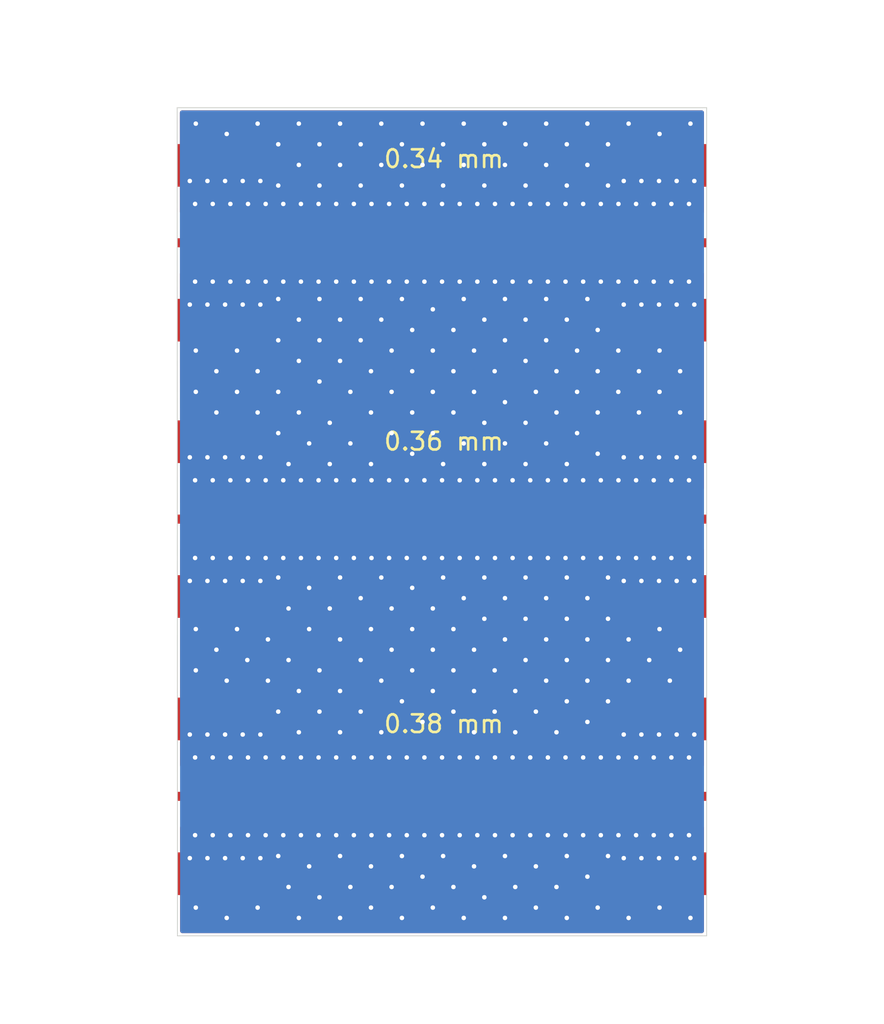
<source format=kicad_pcb>
(kicad_pcb (version 20171130) (host pcbnew 5.1.5)

  (general
    (thickness 1.65)
    (drawings 8)
    (tracks 424)
    (zones 0)
    (modules 6)
    (nets 5)
  )

  (page A4)
  (layers
    (0 F.Cu signal)
    (1 In1.Cu power)
    (2 In2.Cu power)
    (31 B.Cu signal)
    (32 B.Adhes user)
    (33 F.Adhes user)
    (34 B.Paste user)
    (35 F.Paste user)
    (36 B.SilkS user)
    (37 F.SilkS user)
    (38 B.Mask user)
    (39 F.Mask user)
    (40 Dwgs.User user)
    (41 Cmts.User user)
    (42 Eco1.User user)
    (43 Eco2.User user)
    (44 Edge.Cuts user)
    (45 Margin user)
    (46 B.CrtYd user)
    (47 F.CrtYd user)
    (48 B.Fab user)
    (49 F.Fab user)
  )

  (setup
    (last_trace_width 0.25)
    (trace_clearance 0.2)
    (zone_clearance 0.127)
    (zone_45_only yes)
    (trace_min 0.127)
    (via_size 0.8)
    (via_drill 0.4)
    (via_min_size 0.254)
    (via_min_drill 0.254)
    (uvia_size 0.3)
    (uvia_drill 0.1)
    (uvias_allowed no)
    (uvia_min_size 0.2)
    (uvia_min_drill 0.1)
    (edge_width 0.05)
    (segment_width 0.2)
    (pcb_text_width 0.3)
    (pcb_text_size 1.5 1.5)
    (mod_edge_width 0.12)
    (mod_text_size 1 1)
    (mod_text_width 0.15)
    (pad_size 1.524 1.524)
    (pad_drill 0.762)
    (pad_to_mask_clearance 0.05)
    (aux_axis_origin 0 0)
    (visible_elements FFFFFF7F)
    (pcbplotparams
      (layerselection 0x010fc_ffffffff)
      (usegerberextensions false)
      (usegerberattributes false)
      (usegerberadvancedattributes false)
      (creategerberjobfile false)
      (excludeedgelayer true)
      (linewidth 0.100000)
      (plotframeref false)
      (viasonmask false)
      (mode 1)
      (useauxorigin false)
      (hpglpennumber 1)
      (hpglpenspeed 20)
      (hpglpendiameter 15.000000)
      (psnegative false)
      (psa4output false)
      (plotreference true)
      (plotvalue true)
      (plotinvisibletext false)
      (padsonsilk false)
      (subtractmaskfromsilk false)
      (outputformat 1)
      (mirror false)
      (drillshape 0)
      (scaleselection 1)
      (outputdirectory "gerbers/"))
  )

  (net 0 "")
  (net 1 GND)
  (net 2 "Net-(J1-Pad1)")
  (net 3 "Net-(J2-Pad1)")
  (net 4 "Net-(J3-Pad1)")

  (net_class Default "This is the default net class."
    (clearance 0.2)
    (trace_width 0.25)
    (via_dia 0.8)
    (via_drill 0.4)
    (uvia_dia 0.3)
    (uvia_drill 0.1)
    (add_net GND)
  )

  (net_class Microstrip1 ""
    (clearance 0.2)
    (trace_width 0.34)
    (via_dia 0.8)
    (via_drill 0.4)
    (uvia_dia 0.3)
    (uvia_drill 0.1)
    (add_net "Net-(J1-Pad1)")
  )

  (net_class Microstrip2 ""
    (clearance 0.2)
    (trace_width 0.36)
    (via_dia 0.8)
    (via_drill 0.4)
    (uvia_dia 0.3)
    (uvia_drill 0.1)
    (add_net "Net-(J2-Pad1)")
  )

  (net_class Microstrip3 ""
    (clearance 0.2)
    (trace_width 0.38)
    (via_dia 0.8)
    (via_drill 0.4)
    (uvia_dia 0.3)
    (uvia_drill 0.1)
    (add_net "Net-(J3-Pad1)")
  )

  (module fmcw_v5:BU-1420701851_SMA (layer F.Cu) (tedit 5EA76423) (tstamp 5EA7D5CC)
    (at 146.9 130.1)
    (path /5EABEE54)
    (fp_text reference J6 (at -2.6 6.5) (layer F.SilkS) hide
      (effects (font (size 1 1) (thickness 0.15)))
    )
    (fp_text value Conn_Coaxial (at 0.1 -6.5) (layer F.Fab)
      (effects (font (size 1 1) (thickness 0.15)))
    )
    (fp_line (start 0 -10) (end 0 10) (layer Dwgs.User) (width 0.12))
    (fp_line (start 10 10) (end 10 -10) (layer Dwgs.User) (width 0.12))
    (fp_line (start 10 -10) (end 0 -10) (layer Dwgs.User) (width 0.12))
    (fp_line (start 0 10) (end 10 10) (layer Dwgs.User) (width 0.12))
    (pad 2 thru_hole circle (at -2.7 3.5) (size 0.4572 0.4572) (drill 0.254) (layers *.Cu *.Mask)
      (net 1 GND))
    (pad 2 thru_hole circle (at -1.7 3.5) (size 0.4572 0.4572) (drill 0.254) (layers *.Cu *.Mask)
      (net 1 GND))
    (pad 2 thru_hole circle (at -4.7 3.5) (size 0.4572 0.4572) (drill 0.254) (layers *.Cu *.Mask)
      (net 1 GND))
    (pad 2 thru_hole circle (at -3.7 3.5) (size 0.4572 0.4572) (drill 0.254) (layers *.Cu *.Mask)
      (net 1 GND))
    (pad 2 thru_hole circle (at -0.7 3.5) (size 0.4572 0.4572) (drill 0.254) (layers *.Cu *.Mask)
      (net 1 GND))
    (pad 2 thru_hole circle (at -0.7 -3.5) (size 0.4572 0.4572) (drill 0.254) (layers *.Cu *.Mask)
      (net 1 GND))
    (pad 2 thru_hole circle (at -1.7 -3.5) (size 0.4572 0.4572) (drill 0.254) (layers *.Cu *.Mask)
      (net 1 GND))
    (pad 2 thru_hole circle (at -2.7 -3.5) (size 0.4572 0.4572) (drill 0.254) (layers *.Cu *.Mask)
      (net 1 GND))
    (pad 2 thru_hole circle (at -3.7 -3.5) (size 0.4572 0.4572) (drill 0.254) (layers *.Cu *.Mask)
      (net 1 GND))
    (pad 2 thru_hole circle (at -4.7 -3.5) (size 0.4572 0.4572) (drill 0.254) (layers *.Cu *.Mask)
      (net 1 GND))
    (pad 2 smd rect (at -2.54 -4.3825) (size 5.08 2.415) (layers F.Cu F.Mask)
      (net 1 GND))
    (pad 2 smd rect (at -2.54 4.3825) (size 5.08 2.415) (layers F.Cu F.Mask)
      (net 1 GND))
    (pad 1 smd rect (at -1 0) (size 2 0.51) (layers F.Cu F.Mask)
      (net 4 "Net-(J3-Pad1)"))
  )

  (module fmcw_v5:BU-1420701851_SMA (layer F.Cu) (tedit 5EA76423) (tstamp 5EA7D5B7)
    (at 146.9 114.4)
    (path /5EABE698)
    (fp_text reference J5 (at -2.6 6.5) (layer F.SilkS) hide
      (effects (font (size 1 1) (thickness 0.15)))
    )
    (fp_text value Conn_Coaxial (at 0.1 -6.5) (layer F.Fab)
      (effects (font (size 1 1) (thickness 0.15)))
    )
    (fp_line (start 0 -10) (end 0 10) (layer Dwgs.User) (width 0.12))
    (fp_line (start 10 10) (end 10 -10) (layer Dwgs.User) (width 0.12))
    (fp_line (start 10 -10) (end 0 -10) (layer Dwgs.User) (width 0.12))
    (fp_line (start 0 10) (end 10 10) (layer Dwgs.User) (width 0.12))
    (pad 2 thru_hole circle (at -2.7 3.5) (size 0.4572 0.4572) (drill 0.254) (layers *.Cu *.Mask)
      (net 1 GND))
    (pad 2 thru_hole circle (at -1.7 3.5) (size 0.4572 0.4572) (drill 0.254) (layers *.Cu *.Mask)
      (net 1 GND))
    (pad 2 thru_hole circle (at -4.7 3.5) (size 0.4572 0.4572) (drill 0.254) (layers *.Cu *.Mask)
      (net 1 GND))
    (pad 2 thru_hole circle (at -3.7 3.5) (size 0.4572 0.4572) (drill 0.254) (layers *.Cu *.Mask)
      (net 1 GND))
    (pad 2 thru_hole circle (at -0.7 3.5) (size 0.4572 0.4572) (drill 0.254) (layers *.Cu *.Mask)
      (net 1 GND))
    (pad 2 thru_hole circle (at -0.7 -3.5) (size 0.4572 0.4572) (drill 0.254) (layers *.Cu *.Mask)
      (net 1 GND))
    (pad 2 thru_hole circle (at -1.7 -3.5) (size 0.4572 0.4572) (drill 0.254) (layers *.Cu *.Mask)
      (net 1 GND))
    (pad 2 thru_hole circle (at -2.7 -3.5) (size 0.4572 0.4572) (drill 0.254) (layers *.Cu *.Mask)
      (net 1 GND))
    (pad 2 thru_hole circle (at -3.7 -3.5) (size 0.4572 0.4572) (drill 0.254) (layers *.Cu *.Mask)
      (net 1 GND))
    (pad 2 thru_hole circle (at -4.7 -3.5) (size 0.4572 0.4572) (drill 0.254) (layers *.Cu *.Mask)
      (net 1 GND))
    (pad 2 smd rect (at -2.54 -4.3825) (size 5.08 2.415) (layers F.Cu F.Mask)
      (net 1 GND))
    (pad 2 smd rect (at -2.54 4.3825) (size 5.08 2.415) (layers F.Cu F.Mask)
      (net 1 GND))
    (pad 1 smd rect (at -1 0) (size 2 0.51) (layers F.Cu F.Mask)
      (net 3 "Net-(J2-Pad1)"))
  )

  (module fmcw_v5:BU-1420701851_SMA (layer F.Cu) (tedit 5EA76423) (tstamp 5EA7D5A2)
    (at 146.9 98.75)
    (path /5EABDF17)
    (fp_text reference J4 (at -2.6 6.5) (layer F.SilkS) hide
      (effects (font (size 1 1) (thickness 0.15)))
    )
    (fp_text value Conn_Coaxial (at 0.1 -6.5) (layer F.Fab)
      (effects (font (size 1 1) (thickness 0.15)))
    )
    (fp_line (start 0 -10) (end 0 10) (layer Dwgs.User) (width 0.12))
    (fp_line (start 10 10) (end 10 -10) (layer Dwgs.User) (width 0.12))
    (fp_line (start 10 -10) (end 0 -10) (layer Dwgs.User) (width 0.12))
    (fp_line (start 0 10) (end 10 10) (layer Dwgs.User) (width 0.12))
    (pad 2 thru_hole circle (at -2.7 3.5) (size 0.4572 0.4572) (drill 0.254) (layers *.Cu *.Mask)
      (net 1 GND))
    (pad 2 thru_hole circle (at -1.7 3.5) (size 0.4572 0.4572) (drill 0.254) (layers *.Cu *.Mask)
      (net 1 GND))
    (pad 2 thru_hole circle (at -4.7 3.5) (size 0.4572 0.4572) (drill 0.254) (layers *.Cu *.Mask)
      (net 1 GND))
    (pad 2 thru_hole circle (at -3.7 3.5) (size 0.4572 0.4572) (drill 0.254) (layers *.Cu *.Mask)
      (net 1 GND))
    (pad 2 thru_hole circle (at -0.7 3.5) (size 0.4572 0.4572) (drill 0.254) (layers *.Cu *.Mask)
      (net 1 GND))
    (pad 2 thru_hole circle (at -0.7 -3.5) (size 0.4572 0.4572) (drill 0.254) (layers *.Cu *.Mask)
      (net 1 GND))
    (pad 2 thru_hole circle (at -1.7 -3.5) (size 0.4572 0.4572) (drill 0.254) (layers *.Cu *.Mask)
      (net 1 GND))
    (pad 2 thru_hole circle (at -2.7 -3.5) (size 0.4572 0.4572) (drill 0.254) (layers *.Cu *.Mask)
      (net 1 GND))
    (pad 2 thru_hole circle (at -3.7 -3.5) (size 0.4572 0.4572) (drill 0.254) (layers *.Cu *.Mask)
      (net 1 GND))
    (pad 2 thru_hole circle (at -4.7 -3.5) (size 0.4572 0.4572) (drill 0.254) (layers *.Cu *.Mask)
      (net 1 GND))
    (pad 2 smd rect (at -2.54 -4.3825) (size 5.08 2.415) (layers F.Cu F.Mask)
      (net 1 GND))
    (pad 2 smd rect (at -2.54 4.3825) (size 5.08 2.415) (layers F.Cu F.Mask)
      (net 1 GND))
    (pad 1 smd rect (at -1 0) (size 2 0.51) (layers F.Cu F.Mask)
      (net 2 "Net-(J1-Pad1)"))
  )

  (module fmcw_v5:BU-1420701851_SMA (layer F.Cu) (tedit 5EA76423) (tstamp 5EA7D58D)
    (at 116.9 130.1 180)
    (path /5EABEE5B)
    (fp_text reference J3 (at -2.6 6.5) (layer F.SilkS) hide
      (effects (font (size 1 1) (thickness 0.15)))
    )
    (fp_text value Conn_Coaxial (at 0.1 -6.5) (layer F.Fab)
      (effects (font (size 1 1) (thickness 0.15)))
    )
    (fp_line (start 0 -10) (end 0 10) (layer Dwgs.User) (width 0.12))
    (fp_line (start 10 10) (end 10 -10) (layer Dwgs.User) (width 0.12))
    (fp_line (start 10 -10) (end 0 -10) (layer Dwgs.User) (width 0.12))
    (fp_line (start 0 10) (end 10 10) (layer Dwgs.User) (width 0.12))
    (pad 2 thru_hole circle (at -2.7 3.5 180) (size 0.4572 0.4572) (drill 0.254) (layers *.Cu *.Mask)
      (net 1 GND))
    (pad 2 thru_hole circle (at -1.7 3.5 180) (size 0.4572 0.4572) (drill 0.254) (layers *.Cu *.Mask)
      (net 1 GND))
    (pad 2 thru_hole circle (at -4.7 3.5 180) (size 0.4572 0.4572) (drill 0.254) (layers *.Cu *.Mask)
      (net 1 GND))
    (pad 2 thru_hole circle (at -3.7 3.5 180) (size 0.4572 0.4572) (drill 0.254) (layers *.Cu *.Mask)
      (net 1 GND))
    (pad 2 thru_hole circle (at -0.7 3.5 180) (size 0.4572 0.4572) (drill 0.254) (layers *.Cu *.Mask)
      (net 1 GND))
    (pad 2 thru_hole circle (at -0.7 -3.5 180) (size 0.4572 0.4572) (drill 0.254) (layers *.Cu *.Mask)
      (net 1 GND))
    (pad 2 thru_hole circle (at -1.7 -3.5 180) (size 0.4572 0.4572) (drill 0.254) (layers *.Cu *.Mask)
      (net 1 GND))
    (pad 2 thru_hole circle (at -2.7 -3.5 180) (size 0.4572 0.4572) (drill 0.254) (layers *.Cu *.Mask)
      (net 1 GND))
    (pad 2 thru_hole circle (at -3.7 -3.5 180) (size 0.4572 0.4572) (drill 0.254) (layers *.Cu *.Mask)
      (net 1 GND))
    (pad 2 thru_hole circle (at -4.7 -3.5 180) (size 0.4572 0.4572) (drill 0.254) (layers *.Cu *.Mask)
      (net 1 GND))
    (pad 2 smd rect (at -2.54 -4.3825 180) (size 5.08 2.415) (layers F.Cu F.Mask)
      (net 1 GND))
    (pad 2 smd rect (at -2.54 4.3825 180) (size 5.08 2.415) (layers F.Cu F.Mask)
      (net 1 GND))
    (pad 1 smd rect (at -1 0 180) (size 2 0.51) (layers F.Cu F.Mask)
      (net 4 "Net-(J3-Pad1)"))
  )

  (module fmcw_v5:BU-1420701851_SMA (layer F.Cu) (tedit 5EA76423) (tstamp 5EA7D578)
    (at 116.9 114.4 180)
    (path /5EABE69F)
    (fp_text reference J2 (at -2.6 6.5) (layer F.SilkS) hide
      (effects (font (size 1 1) (thickness 0.15)))
    )
    (fp_text value Conn_Coaxial (at 0.1 -6.5) (layer F.Fab)
      (effects (font (size 1 1) (thickness 0.15)))
    )
    (fp_line (start 0 -10) (end 0 10) (layer Dwgs.User) (width 0.12))
    (fp_line (start 10 10) (end 10 -10) (layer Dwgs.User) (width 0.12))
    (fp_line (start 10 -10) (end 0 -10) (layer Dwgs.User) (width 0.12))
    (fp_line (start 0 10) (end 10 10) (layer Dwgs.User) (width 0.12))
    (pad 2 thru_hole circle (at -2.7 3.5 180) (size 0.4572 0.4572) (drill 0.254) (layers *.Cu *.Mask)
      (net 1 GND))
    (pad 2 thru_hole circle (at -1.7 3.5 180) (size 0.4572 0.4572) (drill 0.254) (layers *.Cu *.Mask)
      (net 1 GND))
    (pad 2 thru_hole circle (at -4.7 3.5 180) (size 0.4572 0.4572) (drill 0.254) (layers *.Cu *.Mask)
      (net 1 GND))
    (pad 2 thru_hole circle (at -3.7 3.5 180) (size 0.4572 0.4572) (drill 0.254) (layers *.Cu *.Mask)
      (net 1 GND))
    (pad 2 thru_hole circle (at -0.7 3.5 180) (size 0.4572 0.4572) (drill 0.254) (layers *.Cu *.Mask)
      (net 1 GND))
    (pad 2 thru_hole circle (at -0.7 -3.5 180) (size 0.4572 0.4572) (drill 0.254) (layers *.Cu *.Mask)
      (net 1 GND))
    (pad 2 thru_hole circle (at -1.7 -3.5 180) (size 0.4572 0.4572) (drill 0.254) (layers *.Cu *.Mask)
      (net 1 GND))
    (pad 2 thru_hole circle (at -2.7 -3.5 180) (size 0.4572 0.4572) (drill 0.254) (layers *.Cu *.Mask)
      (net 1 GND))
    (pad 2 thru_hole circle (at -3.7 -3.5 180) (size 0.4572 0.4572) (drill 0.254) (layers *.Cu *.Mask)
      (net 1 GND))
    (pad 2 thru_hole circle (at -4.7 -3.5 180) (size 0.4572 0.4572) (drill 0.254) (layers *.Cu *.Mask)
      (net 1 GND))
    (pad 2 smd rect (at -2.54 -4.3825 180) (size 5.08 2.415) (layers F.Cu F.Mask)
      (net 1 GND))
    (pad 2 smd rect (at -2.54 4.3825 180) (size 5.08 2.415) (layers F.Cu F.Mask)
      (net 1 GND))
    (pad 1 smd rect (at -1 0 180) (size 2 0.51) (layers F.Cu F.Mask)
      (net 3 "Net-(J2-Pad1)"))
  )

  (module fmcw_v5:BU-1420701851_SMA (layer F.Cu) (tedit 5EA76423) (tstamp 5EA7D563)
    (at 116.9 98.75 180)
    (path /5EABB4B2)
    (fp_text reference J1 (at -2.6 6.5) (layer F.SilkS) hide
      (effects (font (size 1 1) (thickness 0.15)))
    )
    (fp_text value Conn_Coaxial (at 0.1 -6.5) (layer F.Fab)
      (effects (font (size 1 1) (thickness 0.15)))
    )
    (fp_line (start 0 -10) (end 0 10) (layer Dwgs.User) (width 0.12))
    (fp_line (start 10 10) (end 10 -10) (layer Dwgs.User) (width 0.12))
    (fp_line (start 10 -10) (end 0 -10) (layer Dwgs.User) (width 0.12))
    (fp_line (start 0 10) (end 10 10) (layer Dwgs.User) (width 0.12))
    (pad 2 thru_hole circle (at -2.7 3.5 180) (size 0.4572 0.4572) (drill 0.254) (layers *.Cu *.Mask)
      (net 1 GND))
    (pad 2 thru_hole circle (at -1.7 3.5 180) (size 0.4572 0.4572) (drill 0.254) (layers *.Cu *.Mask)
      (net 1 GND))
    (pad 2 thru_hole circle (at -4.7 3.5 180) (size 0.4572 0.4572) (drill 0.254) (layers *.Cu *.Mask)
      (net 1 GND))
    (pad 2 thru_hole circle (at -3.7 3.5 180) (size 0.4572 0.4572) (drill 0.254) (layers *.Cu *.Mask)
      (net 1 GND))
    (pad 2 thru_hole circle (at -0.7 3.5 180) (size 0.4572 0.4572) (drill 0.254) (layers *.Cu *.Mask)
      (net 1 GND))
    (pad 2 thru_hole circle (at -0.7 -3.5 180) (size 0.4572 0.4572) (drill 0.254) (layers *.Cu *.Mask)
      (net 1 GND))
    (pad 2 thru_hole circle (at -1.7 -3.5 180) (size 0.4572 0.4572) (drill 0.254) (layers *.Cu *.Mask)
      (net 1 GND))
    (pad 2 thru_hole circle (at -2.7 -3.5 180) (size 0.4572 0.4572) (drill 0.254) (layers *.Cu *.Mask)
      (net 1 GND))
    (pad 2 thru_hole circle (at -3.7 -3.5 180) (size 0.4572 0.4572) (drill 0.254) (layers *.Cu *.Mask)
      (net 1 GND))
    (pad 2 thru_hole circle (at -4.7 -3.5 180) (size 0.4572 0.4572) (drill 0.254) (layers *.Cu *.Mask)
      (net 1 GND))
    (pad 2 smd rect (at -2.54 -4.3825 180) (size 5.08 2.415) (layers F.Cu F.Mask)
      (net 1 GND))
    (pad 2 smd rect (at -2.54 4.3825 180) (size 5.08 2.415) (layers F.Cu F.Mask)
      (net 1 GND))
    (pad 1 smd rect (at -1 0 180) (size 2 0.51) (layers F.Cu F.Mask)
      (net 2 "Net-(J1-Pad1)"))
  )

  (gr_text "0.38 mm" (at 132 126) (layer F.SilkS) (tstamp 5EA7E598)
    (effects (font (size 1 1) (thickness 0.15)))
  )
  (gr_text "0.36 mm" (at 132 110) (layer F.SilkS) (tstamp 5EA7E596)
    (effects (font (size 1 1) (thickness 0.15)))
  )
  (gr_text "0.34 mm" (at 132 94) (layer F.SilkS)
    (effects (font (size 1 1) (thickness 0.15)))
  )
  (dimension 30.015 (width 0.1) (layer Dwgs.User)
    (gr_text "30.015 mm" (at 131.8925 85.75) (layer Dwgs.User)
      (effects (font (size 1 1) (thickness 0.15)))
    )
    (feature1 (pts (xy 146.9 91.1) (xy 146.9 86.413579)))
    (feature2 (pts (xy 116.885 91.1) (xy 116.885 86.413579)))
    (crossbar (pts (xy 116.885 87) (xy 146.9 87)))
    (arrow1a (pts (xy 146.9 87) (xy 145.773496 87.586421)))
    (arrow1b (pts (xy 146.9 87) (xy 145.773496 86.413579)))
    (arrow2a (pts (xy 116.885 87) (xy 118.011504 87.586421)))
    (arrow2b (pts (xy 116.885 87) (xy 118.011504 86.413579)))
  )
  (gr_line (start 146.9 91.1) (end 116.885 91.1) (layer Edge.Cuts) (width 0.05) (tstamp 5EA7D7F0))
  (gr_line (start 146.9 138) (end 146.9 91.1) (layer Edge.Cuts) (width 0.05) (tstamp 5EA7D834))
  (gr_line (start 116.9 138) (end 146.9 138) (layer Edge.Cuts) (width 0.05))
  (gr_line (start 116.885 91.1) (end 116.9 138) (layer Edge.Cuts) (width 0.05))

  (via (at 118.9 132.3) (size 0.4572) (drill 0.254) (layers F.Cu B.Cu) (net 1) (tstamp 37))
  (via (at 119.9 132.3) (size 0.4572) (drill 0.254) (layers F.Cu B.Cu) (net 1) (tstamp 37))
  (via (at 120.9 132.3) (size 0.4572) (drill 0.254) (layers F.Cu B.Cu) (net 1) (tstamp 37))
  (via (at 121.9 132.3) (size 0.4572) (drill 0.254) (layers F.Cu B.Cu) (net 1) (tstamp 37))
  (via (at 122.9 132.3) (size 0.4572) (drill 0.254) (layers F.Cu B.Cu) (net 1) (tstamp 37))
  (via (at 123.9 132.3) (size 0.4572) (drill 0.254) (layers F.Cu B.Cu) (net 1) (tstamp 37))
  (via (at 124.9 132.3) (size 0.4572) (drill 0.254) (layers F.Cu B.Cu) (net 1) (tstamp 37))
  (via (at 125.9 132.3) (size 0.4572) (drill 0.254) (layers F.Cu B.Cu) (net 1) (tstamp 37))
  (via (at 126.9 132.3) (size 0.4572) (drill 0.254) (layers F.Cu B.Cu) (net 1) (tstamp 37))
  (via (at 127.9 132.3) (size 0.4572) (drill 0.254) (layers F.Cu B.Cu) (net 1) (tstamp 37))
  (via (at 128.9 132.3) (size 0.4572) (drill 0.254) (layers F.Cu B.Cu) (net 1) (tstamp 37))
  (via (at 129.9 132.3) (size 0.4572) (drill 0.254) (layers F.Cu B.Cu) (net 1) (tstamp 37))
  (via (at 130.9 132.3) (size 0.4572) (drill 0.254) (layers F.Cu B.Cu) (net 1) (tstamp 37))
  (via (at 131.9 132.3) (size 0.4572) (drill 0.254) (layers F.Cu B.Cu) (net 1) (tstamp 37))
  (via (at 132.9 132.3) (size 0.4572) (drill 0.254) (layers F.Cu B.Cu) (net 1) (tstamp 37))
  (via (at 133.9 132.3) (size 0.4572) (drill 0.254) (layers F.Cu B.Cu) (net 1) (tstamp 37))
  (via (at 134.9 132.3) (size 0.4572) (drill 0.254) (layers F.Cu B.Cu) (net 1) (tstamp 37))
  (via (at 135.9 132.3) (size 0.4572) (drill 0.254) (layers F.Cu B.Cu) (net 1) (tstamp 37))
  (via (at 136.9 132.3) (size 0.4572) (drill 0.254) (layers F.Cu B.Cu) (net 1) (tstamp 37))
  (via (at 137.9 132.3) (size 0.4572) (drill 0.254) (layers F.Cu B.Cu) (net 1) (tstamp 37))
  (via (at 138.9 132.3) (size 0.4572) (drill 0.254) (layers F.Cu B.Cu) (net 1) (tstamp 37))
  (via (at 139.9 132.3) (size 0.4572) (drill 0.254) (layers F.Cu B.Cu) (net 1) (tstamp 37))
  (via (at 140.9 132.3) (size 0.4572) (drill 0.254) (layers F.Cu B.Cu) (net 1) (tstamp 37))
  (via (at 141.9 132.3) (size 0.4572) (drill 0.254) (layers F.Cu B.Cu) (net 1) (tstamp 37))
  (via (at 142.9 132.3) (size 0.4572) (drill 0.254) (layers F.Cu B.Cu) (net 1) (tstamp 37))
  (via (at 143.9 132.3) (size 0.4572) (drill 0.254) (layers F.Cu B.Cu) (net 1) (tstamp 37))
  (via (at 144.9 132.3) (size 0.4572) (drill 0.254) (layers F.Cu B.Cu) (net 1) (tstamp 37))
  (via (at 117.9 132.3) (size 0.4572) (drill 0.254) (layers F.Cu B.Cu) (net 1) (tstamp 37))
  (via (at 145.9 132.3) (size 0.4572) (drill 0.254) (layers F.Cu B.Cu) (net 1) (tstamp 37))
  (via (at 144.9 127.9) (size 0.4572) (drill 0.254) (layers F.Cu B.Cu) (net 1) (tstamp 37))
  (via (at 143.9 127.9) (size 0.4572) (drill 0.254) (layers F.Cu B.Cu) (net 1) (tstamp 37))
  (via (at 142.9 127.9) (size 0.4572) (drill 0.254) (layers F.Cu B.Cu) (net 1) (tstamp 37))
  (via (at 141.9 127.9) (size 0.4572) (drill 0.254) (layers F.Cu B.Cu) (net 1) (tstamp 37))
  (via (at 140.9 127.9) (size 0.4572) (drill 0.254) (layers F.Cu B.Cu) (net 1) (tstamp 37))
  (via (at 139.9 127.9) (size 0.4572) (drill 0.254) (layers F.Cu B.Cu) (net 1) (tstamp 37))
  (via (at 138.9 127.9) (size 0.4572) (drill 0.254) (layers F.Cu B.Cu) (net 1) (tstamp 37))
  (via (at 137.9 127.9) (size 0.4572) (drill 0.254) (layers F.Cu B.Cu) (net 1) (tstamp 37))
  (via (at 136.9 127.9) (size 0.4572) (drill 0.254) (layers F.Cu B.Cu) (net 1) (tstamp 37))
  (via (at 135.9 127.9) (size 0.4572) (drill 0.254) (layers F.Cu B.Cu) (net 1) (tstamp 37))
  (via (at 134.9 127.9) (size 0.4572) (drill 0.254) (layers F.Cu B.Cu) (net 1) (tstamp 37))
  (via (at 133.9 127.9) (size 0.4572) (drill 0.254) (layers F.Cu B.Cu) (net 1) (tstamp 37))
  (via (at 132.9 127.9) (size 0.4572) (drill 0.254) (layers F.Cu B.Cu) (net 1) (tstamp 37))
  (via (at 131.9 127.9) (size 0.4572) (drill 0.254) (layers F.Cu B.Cu) (net 1) (tstamp 37))
  (via (at 130.9 127.9) (size 0.4572) (drill 0.254) (layers F.Cu B.Cu) (net 1) (tstamp 37))
  (via (at 129.9 127.9) (size 0.4572) (drill 0.254) (layers F.Cu B.Cu) (net 1) (tstamp 37))
  (via (at 128.9 127.9) (size 0.4572) (drill 0.254) (layers F.Cu B.Cu) (net 1) (tstamp 37))
  (via (at 127.9 127.9) (size 0.4572) (drill 0.254) (layers F.Cu B.Cu) (net 1) (tstamp 37))
  (via (at 126.9 127.9) (size 0.4572) (drill 0.254) (layers F.Cu B.Cu) (net 1) (tstamp 37))
  (via (at 125.9 127.9) (size 0.4572) (drill 0.254) (layers F.Cu B.Cu) (net 1) (tstamp 37))
  (via (at 124.9 127.9) (size 0.4572) (drill 0.254) (layers F.Cu B.Cu) (net 1) (tstamp 37))
  (via (at 123.9 127.9) (size 0.4572) (drill 0.254) (layers F.Cu B.Cu) (net 1) (tstamp 37))
  (via (at 122.9 127.9) (size 0.4572) (drill 0.254) (layers F.Cu B.Cu) (net 1) (tstamp 37))
  (via (at 121.9 127.9) (size 0.4572) (drill 0.254) (layers F.Cu B.Cu) (net 1) (tstamp 37))
  (via (at 120.9 127.9) (size 0.4572) (drill 0.254) (layers F.Cu B.Cu) (net 1) (tstamp 37))
  (via (at 119.9 127.9) (size 0.4572) (drill 0.254) (layers F.Cu B.Cu) (net 1) (tstamp 37))
  (via (at 118.9 127.9) (size 0.4572) (drill 0.254) (layers F.Cu B.Cu) (net 1) (tstamp 37))
  (via (at 145.9 127.9) (size 0.4572) (drill 0.254) (layers F.Cu B.Cu) (net 1) (tstamp 37))
  (via (at 117.9 127.9) (size 0.4572) (drill 0.254) (layers F.Cu B.Cu) (net 1) (tstamp 37))
  (via (at 118.9 116.6) (size 0.4572) (drill 0.254) (layers F.Cu B.Cu) (net 1) (tstamp 37))
  (via (at 119.9 116.6) (size 0.4572) (drill 0.254) (layers F.Cu B.Cu) (net 1) (tstamp 37))
  (via (at 120.9 116.6) (size 0.4572) (drill 0.254) (layers F.Cu B.Cu) (net 1) (tstamp 37))
  (via (at 121.9 116.6) (size 0.4572) (drill 0.254) (layers F.Cu B.Cu) (net 1) (tstamp 37))
  (via (at 122.9 116.6) (size 0.4572) (drill 0.254) (layers F.Cu B.Cu) (net 1) (tstamp 37))
  (via (at 123.9 116.6) (size 0.4572) (drill 0.254) (layers F.Cu B.Cu) (net 1) (tstamp 37))
  (via (at 124.9 116.6) (size 0.4572) (drill 0.254) (layers F.Cu B.Cu) (net 1) (tstamp 37))
  (via (at 125.9 116.6) (size 0.4572) (drill 0.254) (layers F.Cu B.Cu) (net 1) (tstamp 37))
  (via (at 126.9 116.6) (size 0.4572) (drill 0.254) (layers F.Cu B.Cu) (net 1) (tstamp 37))
  (via (at 127.9 116.6) (size 0.4572) (drill 0.254) (layers F.Cu B.Cu) (net 1) (tstamp 37))
  (via (at 128.9 116.6) (size 0.4572) (drill 0.254) (layers F.Cu B.Cu) (net 1) (tstamp 37))
  (via (at 129.9 116.6) (size 0.4572) (drill 0.254) (layers F.Cu B.Cu) (net 1) (tstamp 37))
  (via (at 130.9 116.6) (size 0.4572) (drill 0.254) (layers F.Cu B.Cu) (net 1) (tstamp 37))
  (via (at 131.9 116.6) (size 0.4572) (drill 0.254) (layers F.Cu B.Cu) (net 1) (tstamp 37))
  (via (at 132.9 116.6) (size 0.4572) (drill 0.254) (layers F.Cu B.Cu) (net 1) (tstamp 37))
  (via (at 133.9 116.6) (size 0.4572) (drill 0.254) (layers F.Cu B.Cu) (net 1) (tstamp 37))
  (via (at 134.9 116.6) (size 0.4572) (drill 0.254) (layers F.Cu B.Cu) (net 1) (tstamp 37))
  (via (at 135.9 116.6) (size 0.4572) (drill 0.254) (layers F.Cu B.Cu) (net 1) (tstamp 37))
  (via (at 136.9 116.6) (size 0.4572) (drill 0.254) (layers F.Cu B.Cu) (net 1) (tstamp 37))
  (via (at 137.9 116.6) (size 0.4572) (drill 0.254) (layers F.Cu B.Cu) (net 1) (tstamp 37))
  (via (at 138.9 116.6) (size 0.4572) (drill 0.254) (layers F.Cu B.Cu) (net 1) (tstamp 37))
  (via (at 139.9 116.6) (size 0.4572) (drill 0.254) (layers F.Cu B.Cu) (net 1) (tstamp 37))
  (via (at 140.9 116.6) (size 0.4572) (drill 0.254) (layers F.Cu B.Cu) (net 1) (tstamp 37))
  (via (at 141.9 116.6) (size 0.4572) (drill 0.254) (layers F.Cu B.Cu) (net 1) (tstamp 37))
  (via (at 142.9 116.6) (size 0.4572) (drill 0.254) (layers F.Cu B.Cu) (net 1) (tstamp 37))
  (via (at 143.9 116.6) (size 0.4572) (drill 0.254) (layers F.Cu B.Cu) (net 1) (tstamp 37))
  (via (at 144.9 116.6) (size 0.4572) (drill 0.254) (layers F.Cu B.Cu) (net 1) (tstamp 37))
  (via (at 117.9 116.6) (size 0.4572) (drill 0.254) (layers F.Cu B.Cu) (net 1) (tstamp 37))
  (via (at 145.9 116.6) (size 0.4572) (drill 0.254) (layers F.Cu B.Cu) (net 1) (tstamp 37))
  (via (at 144.9 112.2) (size 0.4572) (drill 0.254) (layers F.Cu B.Cu) (net 1) (tstamp 37))
  (via (at 143.9 112.2) (size 0.4572) (drill 0.254) (layers F.Cu B.Cu) (net 1) (tstamp 37))
  (via (at 142.9 112.2) (size 0.4572) (drill 0.254) (layers F.Cu B.Cu) (net 1) (tstamp 37))
  (via (at 141.9 112.2) (size 0.4572) (drill 0.254) (layers F.Cu B.Cu) (net 1) (tstamp 37))
  (via (at 140.9 112.2) (size 0.4572) (drill 0.254) (layers F.Cu B.Cu) (net 1) (tstamp 37))
  (via (at 139.9 112.2) (size 0.4572) (drill 0.254) (layers F.Cu B.Cu) (net 1) (tstamp 37))
  (via (at 138.9 112.2) (size 0.4572) (drill 0.254) (layers F.Cu B.Cu) (net 1) (tstamp 37))
  (via (at 137.9 112.2) (size 0.4572) (drill 0.254) (layers F.Cu B.Cu) (net 1) (tstamp 37))
  (via (at 136.9 112.2) (size 0.4572) (drill 0.254) (layers F.Cu B.Cu) (net 1) (tstamp 37))
  (via (at 135.9 112.2) (size 0.4572) (drill 0.254) (layers F.Cu B.Cu) (net 1) (tstamp 37))
  (via (at 134.9 112.2) (size 0.4572) (drill 0.254) (layers F.Cu B.Cu) (net 1) (tstamp 37))
  (via (at 133.9 112.2) (size 0.4572) (drill 0.254) (layers F.Cu B.Cu) (net 1) (tstamp 37))
  (via (at 132.9 112.2) (size 0.4572) (drill 0.254) (layers F.Cu B.Cu) (net 1) (tstamp 37))
  (via (at 131.9 112.2) (size 0.4572) (drill 0.254) (layers F.Cu B.Cu) (net 1) (tstamp 37))
  (via (at 130.9 112.2) (size 0.4572) (drill 0.254) (layers F.Cu B.Cu) (net 1) (tstamp 37))
  (via (at 129.9 112.2) (size 0.4572) (drill 0.254) (layers F.Cu B.Cu) (net 1) (tstamp 37))
  (via (at 128.9 112.2) (size 0.4572) (drill 0.254) (layers F.Cu B.Cu) (net 1) (tstamp 37))
  (via (at 127.9 112.2) (size 0.4572) (drill 0.254) (layers F.Cu B.Cu) (net 1) (tstamp 37))
  (via (at 126.9 112.2) (size 0.4572) (drill 0.254) (layers F.Cu B.Cu) (net 1) (tstamp 37))
  (via (at 125.9 112.2) (size 0.4572) (drill 0.254) (layers F.Cu B.Cu) (net 1) (tstamp 37))
  (via (at 124.9 112.2) (size 0.4572) (drill 0.254) (layers F.Cu B.Cu) (net 1) (tstamp 37))
  (via (at 123.9 112.2) (size 0.4572) (drill 0.254) (layers F.Cu B.Cu) (net 1) (tstamp 37))
  (via (at 122.9 112.2) (size 0.4572) (drill 0.254) (layers F.Cu B.Cu) (net 1) (tstamp 37))
  (via (at 121.9 112.2) (size 0.4572) (drill 0.254) (layers F.Cu B.Cu) (net 1) (tstamp 37))
  (via (at 120.9 112.2) (size 0.4572) (drill 0.254) (layers F.Cu B.Cu) (net 1) (tstamp 37))
  (via (at 119.9 112.2) (size 0.4572) (drill 0.254) (layers F.Cu B.Cu) (net 1) (tstamp 37))
  (via (at 118.9 112.2) (size 0.4572) (drill 0.254) (layers F.Cu B.Cu) (net 1) (tstamp 37))
  (via (at 145.9 112.2) (size 0.4572) (drill 0.254) (layers F.Cu B.Cu) (net 1) (tstamp 37))
  (via (at 117.9 112.2) (size 0.4572) (drill 0.254) (layers F.Cu B.Cu) (net 1) (tstamp 37))
  (via (at 118.9 100.95) (size 0.4572) (drill 0.254) (layers F.Cu B.Cu) (net 1) (tstamp 37))
  (via (at 119.9 100.95) (size 0.4572) (drill 0.254) (layers F.Cu B.Cu) (net 1) (tstamp 37))
  (via (at 120.9 100.95) (size 0.4572) (drill 0.254) (layers F.Cu B.Cu) (net 1) (tstamp 37))
  (via (at 121.9 100.95) (size 0.4572) (drill 0.254) (layers F.Cu B.Cu) (net 1) (tstamp 37))
  (via (at 122.9 100.95) (size 0.4572) (drill 0.254) (layers F.Cu B.Cu) (net 1) (tstamp 37))
  (via (at 123.9 100.95) (size 0.4572) (drill 0.254) (layers F.Cu B.Cu) (net 1) (tstamp 37))
  (via (at 124.9 100.95) (size 0.4572) (drill 0.254) (layers F.Cu B.Cu) (net 1) (tstamp 37))
  (via (at 125.9 100.95) (size 0.4572) (drill 0.254) (layers F.Cu B.Cu) (net 1) (tstamp 37))
  (via (at 126.9 100.95) (size 0.4572) (drill 0.254) (layers F.Cu B.Cu) (net 1) (tstamp 37))
  (via (at 127.9 100.95) (size 0.4572) (drill 0.254) (layers F.Cu B.Cu) (net 1) (tstamp 37))
  (via (at 128.9 100.95) (size 0.4572) (drill 0.254) (layers F.Cu B.Cu) (net 1) (tstamp 37))
  (via (at 129.9 100.95) (size 0.4572) (drill 0.254) (layers F.Cu B.Cu) (net 1) (tstamp 37))
  (via (at 130.9 100.95) (size 0.4572) (drill 0.254) (layers F.Cu B.Cu) (net 1) (tstamp 37))
  (via (at 131.9 100.95) (size 0.4572) (drill 0.254) (layers F.Cu B.Cu) (net 1) (tstamp 37))
  (via (at 132.9 100.95) (size 0.4572) (drill 0.254) (layers F.Cu B.Cu) (net 1) (tstamp 37))
  (via (at 133.9 100.95) (size 0.4572) (drill 0.254) (layers F.Cu B.Cu) (net 1) (tstamp 37))
  (via (at 134.9 100.95) (size 0.4572) (drill 0.254) (layers F.Cu B.Cu) (net 1) (tstamp 37))
  (via (at 135.9 100.95) (size 0.4572) (drill 0.254) (layers F.Cu B.Cu) (net 1) (tstamp 37))
  (via (at 136.9 100.95) (size 0.4572) (drill 0.254) (layers F.Cu B.Cu) (net 1) (tstamp 37))
  (via (at 137.9 100.95) (size 0.4572) (drill 0.254) (layers F.Cu B.Cu) (net 1) (tstamp 37))
  (via (at 138.9 100.95) (size 0.4572) (drill 0.254) (layers F.Cu B.Cu) (net 1) (tstamp 37))
  (via (at 139.9 100.95) (size 0.4572) (drill 0.254) (layers F.Cu B.Cu) (net 1) (tstamp 37))
  (via (at 140.9 100.95) (size 0.4572) (drill 0.254) (layers F.Cu B.Cu) (net 1) (tstamp 37))
  (via (at 141.9 100.95) (size 0.4572) (drill 0.254) (layers F.Cu B.Cu) (net 1) (tstamp 37))
  (via (at 142.9 100.95) (size 0.4572) (drill 0.254) (layers F.Cu B.Cu) (net 1) (tstamp 37))
  (via (at 143.9 100.95) (size 0.4572) (drill 0.254) (layers F.Cu B.Cu) (net 1) (tstamp 37))
  (via (at 144.9 100.95) (size 0.4572) (drill 0.254) (layers F.Cu B.Cu) (net 1) (tstamp 37))
  (via (at 117.9 100.95) (size 0.4572) (drill 0.254) (layers F.Cu B.Cu) (net 1) (tstamp 37))
  (via (at 145.9 100.95) (size 0.4572) (drill 0.254) (layers F.Cu B.Cu) (net 1) (tstamp 37))
  (via (at 144.9 96.55) (size 0.4572) (drill 0.254) (layers F.Cu B.Cu) (net 1) (tstamp 37))
  (via (at 143.9 96.55) (size 0.4572) (drill 0.254) (layers F.Cu B.Cu) (net 1) (tstamp 37))
  (via (at 142.9 96.55) (size 0.4572) (drill 0.254) (layers F.Cu B.Cu) (net 1) (tstamp 37))
  (via (at 141.9 96.55) (size 0.4572) (drill 0.254) (layers F.Cu B.Cu) (net 1) (tstamp 37))
  (via (at 140.9 96.55) (size 0.4572) (drill 0.254) (layers F.Cu B.Cu) (net 1) (tstamp 37))
  (via (at 139.9 96.55) (size 0.4572) (drill 0.254) (layers F.Cu B.Cu) (net 1) (tstamp 37))
  (via (at 138.9 96.55) (size 0.4572) (drill 0.254) (layers F.Cu B.Cu) (net 1) (tstamp 37))
  (via (at 137.9 96.55) (size 0.4572) (drill 0.254) (layers F.Cu B.Cu) (net 1) (tstamp 37))
  (via (at 136.9 96.55) (size 0.4572) (drill 0.254) (layers F.Cu B.Cu) (net 1) (tstamp 37))
  (via (at 135.9 96.55) (size 0.4572) (drill 0.254) (layers F.Cu B.Cu) (net 1) (tstamp 37))
  (via (at 134.9 96.55) (size 0.4572) (drill 0.254) (layers F.Cu B.Cu) (net 1) (tstamp 37))
  (via (at 133.9 96.55) (size 0.4572) (drill 0.254) (layers F.Cu B.Cu) (net 1) (tstamp 37))
  (via (at 132.9 96.55) (size 0.4572) (drill 0.254) (layers F.Cu B.Cu) (net 1) (tstamp 37))
  (via (at 131.9 96.55) (size 0.4572) (drill 0.254) (layers F.Cu B.Cu) (net 1) (tstamp 37))
  (via (at 130.9 96.55) (size 0.4572) (drill 0.254) (layers F.Cu B.Cu) (net 1) (tstamp 37))
  (via (at 129.9 96.55) (size 0.4572) (drill 0.254) (layers F.Cu B.Cu) (net 1) (tstamp 37))
  (via (at 128.9 96.55) (size 0.4572) (drill 0.254) (layers F.Cu B.Cu) (net 1) (tstamp 37))
  (via (at 127.9 96.55) (size 0.4572) (drill 0.254) (layers F.Cu B.Cu) (net 1) (tstamp 37))
  (via (at 126.9 96.55) (size 0.4572) (drill 0.254) (layers F.Cu B.Cu) (net 1) (tstamp 37))
  (via (at 125.9 96.55) (size 0.4572) (drill 0.254) (layers F.Cu B.Cu) (net 1) (tstamp 37))
  (via (at 124.9 96.55) (size 0.4572) (drill 0.254) (layers F.Cu B.Cu) (net 1) (tstamp 37))
  (via (at 123.9 96.55) (size 0.4572) (drill 0.254) (layers F.Cu B.Cu) (net 1) (tstamp 37))
  (via (at 122.9 96.55) (size 0.4572) (drill 0.254) (layers F.Cu B.Cu) (net 1) (tstamp 37))
  (via (at 121.9 96.55) (size 0.4572) (drill 0.254) (layers F.Cu B.Cu) (net 1) (tstamp 37))
  (via (at 120.9 96.55) (size 0.4572) (drill 0.254) (layers F.Cu B.Cu) (net 1) (tstamp 37))
  (via (at 119.9 96.55) (size 0.4572) (drill 0.254) (layers F.Cu B.Cu) (net 1) (tstamp 37))
  (via (at 118.9 96.55) (size 0.4572) (drill 0.254) (layers F.Cu B.Cu) (net 1) (tstamp 37))
  (via (at 145.9 96.55) (size 0.4572) (drill 0.254) (layers F.Cu B.Cu) (net 1) (tstamp 37))
  (via (at 117.9 96.55) (size 0.4572) (drill 0.254) (layers F.Cu B.Cu) (net 1) (tstamp 37))
  (via (at 117.939799 92.0029) (size 0.4572) (drill 0.254) (layers F.Cu B.Cu) (net 1) (tstamp 21))
  (via (at 117.939799 104.8553) (size 0.4572) (drill 0.254) (layers F.Cu B.Cu) (net 1) (tstamp 21))
  (via (at 117.939799 107.1921) (size 0.4572) (drill 0.254) (layers F.Cu B.Cu) (net 1) (tstamp 21))
  (via (at 117.939799 120.6287) (size 0.4572) (drill 0.254) (layers F.Cu B.Cu) (net 1) (tstamp 21))
  (via (at 117.939799 122.9655) (size 0.4572) (drill 0.254) (layers F.Cu B.Cu) (net 1) (tstamp 21))
  (via (at 117.939799 136.4021) (size 0.4572) (drill 0.254) (layers F.Cu B.Cu) (net 1) (tstamp 21))
  (via (at 119.108199 106.0237) (size 0.4572) (drill 0.254) (layers F.Cu B.Cu) (net 1) (tstamp 21))
  (via (at 119.108199 108.3605) (size 0.4572) (drill 0.254) (layers F.Cu B.Cu) (net 1) (tstamp 21))
  (via (at 119.108199 121.7971) (size 0.4572) (drill 0.254) (layers F.Cu B.Cu) (net 1) (tstamp 21))
  (via (at 119.692399 92.5871) (size 0.4572) (drill 0.254) (layers F.Cu B.Cu) (net 1) (tstamp 21))
  (via (at 119.692399 123.5497) (size 0.4572) (drill 0.254) (layers F.Cu B.Cu) (net 1) (tstamp 21))
  (via (at 119.692399 136.9863) (size 0.4572) (drill 0.254) (layers F.Cu B.Cu) (net 1) (tstamp 21))
  (via (at 120.276599 104.8553) (size 0.4572) (drill 0.254) (layers F.Cu B.Cu) (net 1) (tstamp 21))
  (via (at 120.276599 107.1921) (size 0.4572) (drill 0.254) (layers F.Cu B.Cu) (net 1) (tstamp 21))
  (via (at 120.276599 120.6287) (size 0.4572) (drill 0.254) (layers F.Cu B.Cu) (net 1) (tstamp 21))
  (via (at 120.860799 122.3813) (size 0.4572) (drill 0.254) (layers F.Cu B.Cu) (net 1) (tstamp 21))
  (via (at 121.444999 92.0029) (size 0.4572) (drill 0.254) (layers F.Cu B.Cu) (net 1) (tstamp 21))
  (via (at 121.444999 106.0237) (size 0.4572) (drill 0.254) (layers F.Cu B.Cu) (net 1) (tstamp 21))
  (via (at 121.444999 108.3605) (size 0.4572) (drill 0.254) (layers F.Cu B.Cu) (net 1) (tstamp 21))
  (via (at 121.444999 136.4021) (size 0.4572) (drill 0.254) (layers F.Cu B.Cu) (net 1) (tstamp 21))
  (via (at 122.029199 121.2129) (size 0.4572) (drill 0.254) (layers F.Cu B.Cu) (net 1) (tstamp 21))
  (via (at 122.029199 123.5497) (size 0.4572) (drill 0.254) (layers F.Cu B.Cu) (net 1) (tstamp 21))
  (via (at 122.613399 93.1713) (size 0.4572) (drill 0.254) (layers F.Cu B.Cu) (net 1) (tstamp 21))
  (via (at 122.613399 95.5081) (size 0.4572) (drill 0.254) (layers F.Cu B.Cu) (net 1) (tstamp 21))
  (via (at 122.613399 101.9343) (size 0.4572) (drill 0.254) (layers F.Cu B.Cu) (net 1) (tstamp 21))
  (via (at 122.613399 104.2711) (size 0.4572) (drill 0.254) (layers F.Cu B.Cu) (net 1) (tstamp 21))
  (via (at 122.613399 107.1921) (size 0.4572) (drill 0.254) (layers F.Cu B.Cu) (net 1) (tstamp 21))
  (via (at 122.613399 109.5289) (size 0.4572) (drill 0.254) (layers F.Cu B.Cu) (net 1) (tstamp 21))
  (via (at 122.613399 117.7077) (size 0.4572) (drill 0.254) (layers F.Cu B.Cu) (net 1) (tstamp 21))
  (via (at 122.613399 125.3023) (size 0.4572) (drill 0.254) (layers F.Cu B.Cu) (net 1) (tstamp 21))
  (via (at 122.613399 133.4811) (size 0.4572) (drill 0.254) (layers F.Cu B.Cu) (net 1) (tstamp 21))
  (via (at 123.197599 111.2815) (size 0.4572) (drill 0.254) (layers F.Cu B.Cu) (net 1) (tstamp 21))
  (via (at 123.197599 119.4603) (size 0.4572) (drill 0.254) (layers F.Cu B.Cu) (net 1) (tstamp 21))
  (via (at 123.197599 122.3813) (size 0.4572) (drill 0.254) (layers F.Cu B.Cu) (net 1) (tstamp 21))
  (via (at 123.197599 135.2337) (size 0.4572) (drill 0.254) (layers F.Cu B.Cu) (net 1) (tstamp 21))
  (via (at 123.781799 92.0029) (size 0.4572) (drill 0.254) (layers F.Cu B.Cu) (net 1) (tstamp 21))
  (via (at 123.781799 94.3397) (size 0.4572) (drill 0.254) (layers F.Cu B.Cu) (net 1) (tstamp 21))
  (via (at 123.781799 103.1027) (size 0.4572) (drill 0.254) (layers F.Cu B.Cu) (net 1) (tstamp 21))
  (via (at 123.781799 105.4395) (size 0.4572) (drill 0.254) (layers F.Cu B.Cu) (net 1) (tstamp 21))
  (via (at 123.781799 108.3605) (size 0.4572) (drill 0.254) (layers F.Cu B.Cu) (net 1) (tstamp 21))
  (via (at 123.781799 124.1339) (size 0.4572) (drill 0.254) (layers F.Cu B.Cu) (net 1) (tstamp 21))
  (via (at 123.781799 126.4707) (size 0.4572) (drill 0.254) (layers F.Cu B.Cu) (net 1) (tstamp 21))
  (via (at 123.781799 136.9863) (size 0.4572) (drill 0.254) (layers F.Cu B.Cu) (net 1) (tstamp 21))
  (via (at 124.365999 110.1131) (size 0.4572) (drill 0.254) (layers F.Cu B.Cu) (net 1) (tstamp 21))
  (via (at 124.365999 118.2919) (size 0.4572) (drill 0.254) (layers F.Cu B.Cu) (net 1) (tstamp 21))
  (via (at 124.365999 120.6287) (size 0.4572) (drill 0.254) (layers F.Cu B.Cu) (net 1) (tstamp 21))
  (via (at 124.365999 134.0653) (size 0.4572) (drill 0.254) (layers F.Cu B.Cu) (net 1) (tstamp 21))
  (via (at 124.950199 93.1713) (size 0.4572) (drill 0.254) (layers F.Cu B.Cu) (net 1) (tstamp 21))
  (via (at 124.950199 95.5081) (size 0.4572) (drill 0.254) (layers F.Cu B.Cu) (net 1) (tstamp 21))
  (via (at 124.950199 101.9343) (size 0.4572) (drill 0.254) (layers F.Cu B.Cu) (net 1) (tstamp 21))
  (via (at 124.950199 104.2711) (size 0.4572) (drill 0.254) (layers F.Cu B.Cu) (net 1) (tstamp 21))
  (via (at 124.950199 106.6079) (size 0.4572) (drill 0.254) (layers F.Cu B.Cu) (net 1) (tstamp 21))
  (via (at 124.950199 122.9655) (size 0.4572) (drill 0.254) (layers F.Cu B.Cu) (net 1) (tstamp 21))
  (via (at 124.950199 125.3023) (size 0.4572) (drill 0.254) (layers F.Cu B.Cu) (net 1) (tstamp 21))
  (via (at 124.950199 135.8179) (size 0.4572) (drill 0.254) (layers F.Cu B.Cu) (net 1) (tstamp 21))
  (via (at 125.534399 108.9447) (size 0.4572) (drill 0.254) (layers F.Cu B.Cu) (net 1) (tstamp 21))
  (via (at 125.534399 111.2815) (size 0.4572) (drill 0.254) (layers F.Cu B.Cu) (net 1) (tstamp 21))
  (via (at 125.534399 119.4603) (size 0.4572) (drill 0.254) (layers F.Cu B.Cu) (net 1) (tstamp 21))
  (via (at 126.118599 92.0029) (size 0.4572) (drill 0.254) (layers F.Cu B.Cu) (net 1) (tstamp 21))
  (via (at 126.118599 94.3397) (size 0.4572) (drill 0.254) (layers F.Cu B.Cu) (net 1) (tstamp 21))
  (via (at 126.118599 103.1027) (size 0.4572) (drill 0.254) (layers F.Cu B.Cu) (net 1) (tstamp 21))
  (via (at 126.118599 105.4395) (size 0.4572) (drill 0.254) (layers F.Cu B.Cu) (net 1) (tstamp 21))
  (via (at 126.118599 117.7077) (size 0.4572) (drill 0.254) (layers F.Cu B.Cu) (net 1) (tstamp 21))
  (via (at 126.118599 121.2129) (size 0.4572) (drill 0.254) (layers F.Cu B.Cu) (net 1) (tstamp 21))
  (via (at 126.118599 124.1339) (size 0.4572) (drill 0.254) (layers F.Cu B.Cu) (net 1) (tstamp 21))
  (via (at 126.118599 126.4707) (size 0.4572) (drill 0.254) (layers F.Cu B.Cu) (net 1) (tstamp 21))
  (via (at 126.118599 133.4811) (size 0.4572) (drill 0.254) (layers F.Cu B.Cu) (net 1) (tstamp 21))
  (via (at 126.118599 136.9863) (size 0.4572) (drill 0.254) (layers F.Cu B.Cu) (net 1) (tstamp 21))
  (via (at 126.702799 107.1921) (size 0.4572) (drill 0.254) (layers F.Cu B.Cu) (net 1) (tstamp 21))
  (via (at 126.702799 110.1131) (size 0.4572) (drill 0.254) (layers F.Cu B.Cu) (net 1) (tstamp 21))
  (via (at 126.702799 135.2337) (size 0.4572) (drill 0.254) (layers F.Cu B.Cu) (net 1) (tstamp 21))
  (via (at 127.286999 93.1713) (size 0.4572) (drill 0.254) (layers F.Cu B.Cu) (net 1) (tstamp 21))
  (via (at 127.286999 95.5081) (size 0.4572) (drill 0.254) (layers F.Cu B.Cu) (net 1) (tstamp 21))
  (via (at 127.286999 101.9343) (size 0.4572) (drill 0.254) (layers F.Cu B.Cu) (net 1) (tstamp 21))
  (via (at 127.286999 104.2711) (size 0.4572) (drill 0.254) (layers F.Cu B.Cu) (net 1) (tstamp 21))
  (via (at 127.286999 118.8761) (size 0.4572) (drill 0.254) (layers F.Cu B.Cu) (net 1) (tstamp 21))
  (via (at 127.286999 122.3813) (size 0.4572) (drill 0.254) (layers F.Cu B.Cu) (net 1) (tstamp 21))
  (via (at 127.286999 125.3023) (size 0.4572) (drill 0.254) (layers F.Cu B.Cu) (net 1) (tstamp 21))
  (via (at 127.871199 106.0237) (size 0.4572) (drill 0.254) (layers F.Cu B.Cu) (net 1) (tstamp 21))
  (via (at 127.871199 108.3605) (size 0.4572) (drill 0.254) (layers F.Cu B.Cu) (net 1) (tstamp 21))
  (via (at 127.871199 111.2815) (size 0.4572) (drill 0.254) (layers F.Cu B.Cu) (net 1) (tstamp 21))
  (via (at 127.871199 120.6287) (size 0.4572) (drill 0.254) (layers F.Cu B.Cu) (net 1) (tstamp 21))
  (via (at 127.871199 134.0653) (size 0.4572) (drill 0.254) (layers F.Cu B.Cu) (net 1) (tstamp 21))
  (via (at 127.871199 136.4021) (size 0.4572) (drill 0.254) (layers F.Cu B.Cu) (net 1) (tstamp 21))
  (via (at 128.455399 92.0029) (size 0.4572) (drill 0.254) (layers F.Cu B.Cu) (net 1) (tstamp 21))
  (via (at 128.455399 94.3397) (size 0.4572) (drill 0.254) (layers F.Cu B.Cu) (net 1) (tstamp 21))
  (via (at 128.455399 103.1027) (size 0.4572) (drill 0.254) (layers F.Cu B.Cu) (net 1) (tstamp 21))
  (via (at 128.455399 117.7077) (size 0.4572) (drill 0.254) (layers F.Cu B.Cu) (net 1) (tstamp 21))
  (via (at 128.455399 123.5497) (size 0.4572) (drill 0.254) (layers F.Cu B.Cu) (net 1) (tstamp 21))
  (via (at 128.455399 126.4707) (size 0.4572) (drill 0.254) (layers F.Cu B.Cu) (net 1) (tstamp 21))
  (via (at 129.039599 104.8553) (size 0.4572) (drill 0.254) (layers F.Cu B.Cu) (net 1) (tstamp 21))
  (via (at 129.039599 107.1921) (size 0.4572) (drill 0.254) (layers F.Cu B.Cu) (net 1) (tstamp 21))
  (via (at 129.039599 109.5289) (size 0.4572) (drill 0.254) (layers F.Cu B.Cu) (net 1) (tstamp 21))
  (via (at 129.039599 119.4603) (size 0.4572) (drill 0.254) (layers F.Cu B.Cu) (net 1) (tstamp 21))
  (via (at 129.039599 121.7971) (size 0.4572) (drill 0.254) (layers F.Cu B.Cu) (net 1) (tstamp 21))
  (via (at 129.039599 135.2337) (size 0.4572) (drill 0.254) (layers F.Cu B.Cu) (net 1) (tstamp 21))
  (via (at 129.623799 93.1713) (size 0.4572) (drill 0.254) (layers F.Cu B.Cu) (net 1) (tstamp 21))
  (via (at 129.623799 95.5081) (size 0.4572) (drill 0.254) (layers F.Cu B.Cu) (net 1) (tstamp 21))
  (via (at 129.623799 101.9343) (size 0.4572) (drill 0.254) (layers F.Cu B.Cu) (net 1) (tstamp 21))
  (via (at 129.623799 124.7181) (size 0.4572) (drill 0.254) (layers F.Cu B.Cu) (net 1) (tstamp 21))
  (via (at 129.623799 133.4811) (size 0.4572) (drill 0.254) (layers F.Cu B.Cu) (net 1) (tstamp 21))
  (via (at 129.623799 136.9863) (size 0.4572) (drill 0.254) (layers F.Cu B.Cu) (net 1) (tstamp 21))
  (via (at 130.207999 103.6869) (size 0.4572) (drill 0.254) (layers F.Cu B.Cu) (net 1) (tstamp 21))
  (via (at 130.207999 106.0237) (size 0.4572) (drill 0.254) (layers F.Cu B.Cu) (net 1) (tstamp 21))
  (via (at 130.207999 108.3605) (size 0.4572) (drill 0.254) (layers F.Cu B.Cu) (net 1) (tstamp 21))
  (via (at 130.207999 110.6973) (size 0.4572) (drill 0.254) (layers F.Cu B.Cu) (net 1) (tstamp 21))
  (via (at 130.207999 118.2919) (size 0.4572) (drill 0.254) (layers F.Cu B.Cu) (net 1) (tstamp 21))
  (via (at 130.207999 120.6287) (size 0.4572) (drill 0.254) (layers F.Cu B.Cu) (net 1) (tstamp 21))
  (via (at 130.207999 122.9655) (size 0.4572) (drill 0.254) (layers F.Cu B.Cu) (net 1) (tstamp 21))
  (via (at 130.792199 92.0029) (size 0.4572) (drill 0.254) (layers F.Cu B.Cu) (net 1) (tstamp 21))
  (via (at 130.792199 94.3397) (size 0.4572) (drill 0.254) (layers F.Cu B.Cu) (net 1) (tstamp 21))
  (via (at 130.792199 125.8865) (size 0.4572) (drill 0.254) (layers F.Cu B.Cu) (net 1) (tstamp 21))
  (via (at 130.792199 134.6495) (size 0.4572) (drill 0.254) (layers F.Cu B.Cu) (net 1) (tstamp 21))
  (via (at 131.376399 102.5185) (size 0.4572) (drill 0.254) (layers F.Cu B.Cu) (net 1) (tstamp 21))
  (via (at 131.376399 104.8553) (size 0.4572) (drill 0.254) (layers F.Cu B.Cu) (net 1) (tstamp 21))
  (via (at 131.376399 107.1921) (size 0.4572) (drill 0.254) (layers F.Cu B.Cu) (net 1) (tstamp 21))
  (via (at 131.376399 109.5289) (size 0.4572) (drill 0.254) (layers F.Cu B.Cu) (net 1) (tstamp 21))
  (via (at 131.376399 119.4603) (size 0.4572) (drill 0.254) (layers F.Cu B.Cu) (net 1) (tstamp 21))
  (via (at 131.376399 121.7971) (size 0.4572) (drill 0.254) (layers F.Cu B.Cu) (net 1) (tstamp 21))
  (via (at 131.376399 124.1339) (size 0.4572) (drill 0.254) (layers F.Cu B.Cu) (net 1) (tstamp 21))
  (via (at 131.376399 136.4021) (size 0.4572) (drill 0.254) (layers F.Cu B.Cu) (net 1) (tstamp 21))
  (via (at 131.960599 93.1713) (size 0.4572) (drill 0.254) (layers F.Cu B.Cu) (net 1) (tstamp 21))
  (via (at 131.960599 95.5081) (size 0.4572) (drill 0.254) (layers F.Cu B.Cu) (net 1) (tstamp 21))
  (via (at 131.960599 111.2815) (size 0.4572) (drill 0.254) (layers F.Cu B.Cu) (net 1) (tstamp 21))
  (via (at 131.960599 117.7077) (size 0.4572) (drill 0.254) (layers F.Cu B.Cu) (net 1) (tstamp 21))
  (via (at 131.960599 133.4811) (size 0.4572) (drill 0.254) (layers F.Cu B.Cu) (net 1) (tstamp 21))
  (via (at 132.544799 103.6869) (size 0.4572) (drill 0.254) (layers F.Cu B.Cu) (net 1) (tstamp 21))
  (via (at 132.544799 106.0237) (size 0.4572) (drill 0.254) (layers F.Cu B.Cu) (net 1) (tstamp 21))
  (via (at 132.544799 108.3605) (size 0.4572) (drill 0.254) (layers F.Cu B.Cu) (net 1) (tstamp 21))
  (via (at 132.544799 120.6287) (size 0.4572) (drill 0.254) (layers F.Cu B.Cu) (net 1) (tstamp 21))
  (via (at 132.544799 122.9655) (size 0.4572) (drill 0.254) (layers F.Cu B.Cu) (net 1) (tstamp 21))
  (via (at 132.544799 125.3023) (size 0.4572) (drill 0.254) (layers F.Cu B.Cu) (net 1) (tstamp 21))
  (via (at 132.544799 135.2337) (size 0.4572) (drill 0.254) (layers F.Cu B.Cu) (net 1) (tstamp 21))
  (via (at 133.128999 92.0029) (size 0.4572) (drill 0.254) (layers F.Cu B.Cu) (net 1) (tstamp 21))
  (via (at 133.128999 94.3397) (size 0.4572) (drill 0.254) (layers F.Cu B.Cu) (net 1) (tstamp 21))
  (via (at 133.128999 101.9343) (size 0.4572) (drill 0.254) (layers F.Cu B.Cu) (net 1) (tstamp 21))
  (via (at 133.128999 110.1131) (size 0.4572) (drill 0.254) (layers F.Cu B.Cu) (net 1) (tstamp 21))
  (via (at 133.128999 118.8761) (size 0.4572) (drill 0.254) (layers F.Cu B.Cu) (net 1) (tstamp 21))
  (via (at 133.128999 136.9863) (size 0.4572) (drill 0.254) (layers F.Cu B.Cu) (net 1) (tstamp 21))
  (via (at 133.713199 104.8553) (size 0.4572) (drill 0.254) (layers F.Cu B.Cu) (net 1) (tstamp 21))
  (via (at 133.713199 107.1921) (size 0.4572) (drill 0.254) (layers F.Cu B.Cu) (net 1) (tstamp 21))
  (via (at 133.713199 121.7971) (size 0.4572) (drill 0.254) (layers F.Cu B.Cu) (net 1) (tstamp 21))
  (via (at 133.713199 124.1339) (size 0.4572) (drill 0.254) (layers F.Cu B.Cu) (net 1) (tstamp 21))
  (via (at 133.713199 126.4707) (size 0.4572) (drill 0.254) (layers F.Cu B.Cu) (net 1) (tstamp 21))
  (via (at 133.713199 134.0653) (size 0.4572) (drill 0.254) (layers F.Cu B.Cu) (net 1) (tstamp 21))
  (via (at 134.297399 93.1713) (size 0.4572) (drill 0.254) (layers F.Cu B.Cu) (net 1) (tstamp 21))
  (via (at 134.297399 95.5081) (size 0.4572) (drill 0.254) (layers F.Cu B.Cu) (net 1) (tstamp 21))
  (via (at 134.297399 103.1027) (size 0.4572) (drill 0.254) (layers F.Cu B.Cu) (net 1) (tstamp 21))
  (via (at 134.297399 108.9447) (size 0.4572) (drill 0.254) (layers F.Cu B.Cu) (net 1) (tstamp 21))
  (via (at 134.297399 111.2815) (size 0.4572) (drill 0.254) (layers F.Cu B.Cu) (net 1) (tstamp 21))
  (via (at 134.297399 117.7077) (size 0.4572) (drill 0.254) (layers F.Cu B.Cu) (net 1) (tstamp 21))
  (via (at 134.297399 120.0445) (size 0.4572) (drill 0.254) (layers F.Cu B.Cu) (net 1) (tstamp 21))
  (via (at 134.297399 135.8179) (size 0.4572) (drill 0.254) (layers F.Cu B.Cu) (net 1) (tstamp 21))
  (via (at 134.881599 106.0237) (size 0.4572) (drill 0.254) (layers F.Cu B.Cu) (net 1) (tstamp 21))
  (via (at 134.881599 122.9655) (size 0.4572) (drill 0.254) (layers F.Cu B.Cu) (net 1) (tstamp 21))
  (via (at 134.881599 125.3023) (size 0.4572) (drill 0.254) (layers F.Cu B.Cu) (net 1) (tstamp 21))
  (via (at 135.465799 92.0029) (size 0.4572) (drill 0.254) (layers F.Cu B.Cu) (net 1) (tstamp 21))
  (via (at 135.465799 94.3397) (size 0.4572) (drill 0.254) (layers F.Cu B.Cu) (net 1) (tstamp 21))
  (via (at 135.465799 101.9343) (size 0.4572) (drill 0.254) (layers F.Cu B.Cu) (net 1) (tstamp 21))
  (via (at 135.465799 104.2711) (size 0.4572) (drill 0.254) (layers F.Cu B.Cu) (net 1) (tstamp 21))
  (via (at 135.465799 107.7763) (size 0.4572) (drill 0.254) (layers F.Cu B.Cu) (net 1) (tstamp 21))
  (via (at 135.465799 110.1131) (size 0.4572) (drill 0.254) (layers F.Cu B.Cu) (net 1) (tstamp 21))
  (via (at 135.465799 118.8761) (size 0.4572) (drill 0.254) (layers F.Cu B.Cu) (net 1) (tstamp 21))
  (via (at 135.465799 121.2129) (size 0.4572) (drill 0.254) (layers F.Cu B.Cu) (net 1) (tstamp 21))
  (via (at 135.465799 133.4811) (size 0.4572) (drill 0.254) (layers F.Cu B.Cu) (net 1) (tstamp 21))
  (via (at 135.465799 136.9863) (size 0.4572) (drill 0.254) (layers F.Cu B.Cu) (net 1) (tstamp 21))
  (via (at 136.049999 124.1339) (size 0.4572) (drill 0.254) (layers F.Cu B.Cu) (net 1) (tstamp 21))
  (via (at 136.049999 126.4707) (size 0.4572) (drill 0.254) (layers F.Cu B.Cu) (net 1) (tstamp 21))
  (via (at 136.049999 135.2337) (size 0.4572) (drill 0.254) (layers F.Cu B.Cu) (net 1) (tstamp 21))
  (via (at 136.634199 93.1713) (size 0.4572) (drill 0.254) (layers F.Cu B.Cu) (net 1) (tstamp 21))
  (via (at 136.634199 95.5081) (size 0.4572) (drill 0.254) (layers F.Cu B.Cu) (net 1) (tstamp 21))
  (via (at 136.634199 103.1027) (size 0.4572) (drill 0.254) (layers F.Cu B.Cu) (net 1) (tstamp 21))
  (via (at 136.634199 105.4395) (size 0.4572) (drill 0.254) (layers F.Cu B.Cu) (net 1) (tstamp 21))
  (via (at 136.634199 108.9447) (size 0.4572) (drill 0.254) (layers F.Cu B.Cu) (net 1) (tstamp 21))
  (via (at 136.634199 111.2815) (size 0.4572) (drill 0.254) (layers F.Cu B.Cu) (net 1) (tstamp 21))
  (via (at 136.634199 117.7077) (size 0.4572) (drill 0.254) (layers F.Cu B.Cu) (net 1) (tstamp 21))
  (via (at 136.634199 120.0445) (size 0.4572) (drill 0.254) (layers F.Cu B.Cu) (net 1) (tstamp 21))
  (via (at 136.634199 122.3813) (size 0.4572) (drill 0.254) (layers F.Cu B.Cu) (net 1) (tstamp 21))
  (via (at 137.218399 107.1921) (size 0.4572) (drill 0.254) (layers F.Cu B.Cu) (net 1) (tstamp 21))
  (via (at 137.218399 125.3023) (size 0.4572) (drill 0.254) (layers F.Cu B.Cu) (net 1) (tstamp 21))
  (via (at 137.218399 134.0653) (size 0.4572) (drill 0.254) (layers F.Cu B.Cu) (net 1) (tstamp 21))
  (via (at 137.218399 136.4021) (size 0.4572) (drill 0.254) (layers F.Cu B.Cu) (net 1) (tstamp 21))
  (via (at 137.802599 92.0029) (size 0.4572) (drill 0.254) (layers F.Cu B.Cu) (net 1) (tstamp 21))
  (via (at 137.802599 94.3397) (size 0.4572) (drill 0.254) (layers F.Cu B.Cu) (net 1) (tstamp 21))
  (via (at 137.802599 101.9343) (size 0.4572) (drill 0.254) (layers F.Cu B.Cu) (net 1) (tstamp 21))
  (via (at 137.802599 104.2711) (size 0.4572) (drill 0.254) (layers F.Cu B.Cu) (net 1) (tstamp 21))
  (via (at 137.802599 110.1131) (size 0.4572) (drill 0.254) (layers F.Cu B.Cu) (net 1) (tstamp 21))
  (via (at 137.802599 118.8761) (size 0.4572) (drill 0.254) (layers F.Cu B.Cu) (net 1) (tstamp 21))
  (via (at 137.802599 121.2129) (size 0.4572) (drill 0.254) (layers F.Cu B.Cu) (net 1) (tstamp 21))
  (via (at 137.802599 123.5497) (size 0.4572) (drill 0.254) (layers F.Cu B.Cu) (net 1) (tstamp 21))
  (via (at 138.386799 106.0237) (size 0.4572) (drill 0.254) (layers F.Cu B.Cu) (net 1) (tstamp 21))
  (via (at 138.386799 108.3605) (size 0.4572) (drill 0.254) (layers F.Cu B.Cu) (net 1) (tstamp 21))
  (via (at 138.386799 126.4707) (size 0.4572) (drill 0.254) (layers F.Cu B.Cu) (net 1) (tstamp 21))
  (via (at 138.386799 135.2337) (size 0.4572) (drill 0.254) (layers F.Cu B.Cu) (net 1) (tstamp 21))
  (via (at 138.970999 93.1713) (size 0.4572) (drill 0.254) (layers F.Cu B.Cu) (net 1) (tstamp 21))
  (via (at 138.970999 95.5081) (size 0.4572) (drill 0.254) (layers F.Cu B.Cu) (net 1) (tstamp 21))
  (via (at 138.970999 103.1027) (size 0.4572) (drill 0.254) (layers F.Cu B.Cu) (net 1) (tstamp 21))
  (via (at 138.970999 111.2815) (size 0.4572) (drill 0.254) (layers F.Cu B.Cu) (net 1) (tstamp 21))
  (via (at 138.970999 117.7077) (size 0.4572) (drill 0.254) (layers F.Cu B.Cu) (net 1) (tstamp 21))
  (via (at 138.970999 120.0445) (size 0.4572) (drill 0.254) (layers F.Cu B.Cu) (net 1) (tstamp 21))
  (via (at 138.970999 122.3813) (size 0.4572) (drill 0.254) (layers F.Cu B.Cu) (net 1) (tstamp 21))
  (via (at 138.970999 124.7181) (size 0.4572) (drill 0.254) (layers F.Cu B.Cu) (net 1) (tstamp 21))
  (via (at 138.970999 133.4811) (size 0.4572) (drill 0.254) (layers F.Cu B.Cu) (net 1) (tstamp 21))
  (via (at 138.970999 136.9863) (size 0.4572) (drill 0.254) (layers F.Cu B.Cu) (net 1) (tstamp 21))
  (via (at 139.555199 104.8553) (size 0.4572) (drill 0.254) (layers F.Cu B.Cu) (net 1) (tstamp 21))
  (via (at 139.555199 107.1921) (size 0.4572) (drill 0.254) (layers F.Cu B.Cu) (net 1) (tstamp 21))
  (via (at 139.555199 109.5289) (size 0.4572) (drill 0.254) (layers F.Cu B.Cu) (net 1) (tstamp 21))
  (via (at 140.139399 92.0029) (size 0.4572) (drill 0.254) (layers F.Cu B.Cu) (net 1) (tstamp 21))
  (via (at 140.139399 94.3397) (size 0.4572) (drill 0.254) (layers F.Cu B.Cu) (net 1) (tstamp 21))
  (via (at 140.139399 101.9343) (size 0.4572) (drill 0.254) (layers F.Cu B.Cu) (net 1) (tstamp 21))
  (via (at 140.139399 118.8761) (size 0.4572) (drill 0.254) (layers F.Cu B.Cu) (net 1) (tstamp 21))
  (via (at 140.139399 121.2129) (size 0.4572) (drill 0.254) (layers F.Cu B.Cu) (net 1) (tstamp 21))
  (via (at 140.139399 123.5497) (size 0.4572) (drill 0.254) (layers F.Cu B.Cu) (net 1) (tstamp 21))
  (via (at 140.139399 125.8865) (size 0.4572) (drill 0.254) (layers F.Cu B.Cu) (net 1) (tstamp 21))
  (via (at 140.139399 134.6495) (size 0.4572) (drill 0.254) (layers F.Cu B.Cu) (net 1) (tstamp 21))
  (via (at 140.723599 103.6869) (size 0.4572) (drill 0.254) (layers F.Cu B.Cu) (net 1) (tstamp 21))
  (via (at 140.723599 106.0237) (size 0.4572) (drill 0.254) (layers F.Cu B.Cu) (net 1) (tstamp 21))
  (via (at 140.723599 108.3605) (size 0.4572) (drill 0.254) (layers F.Cu B.Cu) (net 1) (tstamp 21))
  (via (at 140.723599 110.6973) (size 0.4572) (drill 0.254) (layers F.Cu B.Cu) (net 1) (tstamp 21))
  (via (at 140.723599 136.4021) (size 0.4572) (drill 0.254) (layers F.Cu B.Cu) (net 1) (tstamp 21))
  (via (at 141.307799 93.1713) (size 0.4572) (drill 0.254) (layers F.Cu B.Cu) (net 1) (tstamp 21))
  (via (at 141.307799 95.5081) (size 0.4572) (drill 0.254) (layers F.Cu B.Cu) (net 1) (tstamp 21))
  (via (at 141.307799 117.7077) (size 0.4572) (drill 0.254) (layers F.Cu B.Cu) (net 1) (tstamp 21))
  (via (at 141.307799 120.0445) (size 0.4572) (drill 0.254) (layers F.Cu B.Cu) (net 1) (tstamp 21))
  (via (at 141.307799 122.3813) (size 0.4572) (drill 0.254) (layers F.Cu B.Cu) (net 1) (tstamp 21))
  (via (at 141.307799 124.7181) (size 0.4572) (drill 0.254) (layers F.Cu B.Cu) (net 1) (tstamp 21))
  (via (at 141.307799 133.4811) (size 0.4572) (drill 0.254) (layers F.Cu B.Cu) (net 1) (tstamp 21))
  (via (at 141.891999 104.8553) (size 0.4572) (drill 0.254) (layers F.Cu B.Cu) (net 1) (tstamp 21))
  (via (at 141.891999 107.1921) (size 0.4572) (drill 0.254) (layers F.Cu B.Cu) (net 1) (tstamp 21))
  (via (at 142.476199 92.0029) (size 0.4572) (drill 0.254) (layers F.Cu B.Cu) (net 1) (tstamp 21))
  (via (at 142.476199 121.2129) (size 0.4572) (drill 0.254) (layers F.Cu B.Cu) (net 1) (tstamp 21))
  (via (at 142.476199 123.5497) (size 0.4572) (drill 0.254) (layers F.Cu B.Cu) (net 1) (tstamp 21))
  (via (at 142.476199 136.9863) (size 0.4572) (drill 0.254) (layers F.Cu B.Cu) (net 1) (tstamp 21))
  (via (at 143.060399 106.0237) (size 0.4572) (drill 0.254) (layers F.Cu B.Cu) (net 1) (tstamp 21))
  (via (at 143.060399 108.3605) (size 0.4572) (drill 0.254) (layers F.Cu B.Cu) (net 1) (tstamp 21))
  (via (at 143.644599 122.3813) (size 0.4572) (drill 0.254) (layers F.Cu B.Cu) (net 1) (tstamp 21))
  (via (at 144.228799 92.5871) (size 0.4572) (drill 0.254) (layers F.Cu B.Cu) (net 1) (tstamp 21))
  (via (at 144.228799 104.8553) (size 0.4572) (drill 0.254) (layers F.Cu B.Cu) (net 1) (tstamp 21))
  (via (at 144.228799 107.1921) (size 0.4572) (drill 0.254) (layers F.Cu B.Cu) (net 1) (tstamp 21))
  (via (at 144.228799 120.6287) (size 0.4572) (drill 0.254) (layers F.Cu B.Cu) (net 1) (tstamp 21))
  (via (at 144.228799 136.4021) (size 0.4572) (drill 0.254) (layers F.Cu B.Cu) (net 1) (tstamp 21))
  (via (at 144.812999 123.5497) (size 0.4572) (drill 0.254) (layers F.Cu B.Cu) (net 1) (tstamp 21))
  (via (at 145.397199 106.0237) (size 0.4572) (drill 0.254) (layers F.Cu B.Cu) (net 1) (tstamp 21))
  (via (at 145.397199 108.3605) (size 0.4572) (drill 0.254) (layers F.Cu B.Cu) (net 1) (tstamp 21))
  (via (at 145.397199 121.7971) (size 0.4572) (drill 0.254) (layers F.Cu B.Cu) (net 1) (tstamp 21))
  (via (at 145.981399 92.0029) (size 0.4572) (drill 0.254) (layers F.Cu B.Cu) (net 1) (tstamp 21))
  (via (at 145.981399 136.9863) (size 0.4572) (drill 0.254) (layers F.Cu B.Cu) (net 1) (tstamp 21))
  (segment (start 117.9 98.75) (end 145.9 98.75) (width 0.34) (layer F.Cu) (net 2))
  (segment (start 117.9 114.4) (end 145.9 114.4) (width 0.36) (layer F.Cu) (net 3))
  (segment (start 117.9 130.1) (end 145.9 130.1) (width 0.38) (layer F.Cu) (net 4))

  (zone (net 0) (net_name "") (layer F.Cu) (tstamp 0) (hatch edge 0.508)
    (connect_pads (clearance 0.508))
    (min_thickness 0.254)
    (keepout (tracks allowed) (vias allowed) (copperpour not_allowed))
    (fill (arc_segments 32) (thermal_gap 0.508) (thermal_bridge_width 0.508))
    (polygon
      (pts
        (xy 117.9 100.52) (xy 117.636196 100.50023) (xy 117.378284 100.441363) (xy 117.132026 100.344714) (xy 116.902924 100.212442)
        (xy 116.696095 100.047501) (xy 116.516159 99.853576) (xy 116.367136 99.634999) (xy 116.252354 99.396653) (xy 116.174378 99.143862)
        (xy 116.13495 98.882272) (xy 116.13495 98.617728) (xy 116.174378 98.356138) (xy 116.252354 98.103347) (xy 116.367136 97.865)
        (xy 116.516159 97.646424) (xy 116.696095 97.452499) (xy 116.902924 97.287558) (xy 117.132026 97.155286) (xy 117.378284 97.058637)
        (xy 117.636196 96.99977) (xy 117.9 96.98) (xy 145.9 96.98) (xy 146.163804 96.99977) (xy 146.421716 97.058637)
        (xy 146.667974 97.155286) (xy 146.897076 97.287558) (xy 147.103905 97.452499) (xy 147.283841 97.646424) (xy 147.432864 97.865001)
        (xy 147.547646 98.103347) (xy 147.625622 98.356138) (xy 147.66505 98.617728) (xy 147.66505 98.882272) (xy 147.625622 99.143862)
        (xy 147.547646 99.396653) (xy 147.432864 99.635) (xy 147.283841 99.853576) (xy 147.103905 100.047501) (xy 146.897076 100.212442)
        (xy 146.667974 100.344714) (xy 146.421716 100.441363) (xy 146.163804 100.50023) (xy 145.9 100.52)
      )
    )
  )
  (zone (net 0) (net_name "") (layer F.Cu) (tstamp 0) (hatch edge 0.508)
    (connect_pads (clearance 0.508))
    (min_thickness 0.254)
    (keepout (tracks allowed) (vias allowed) (copperpour not_allowed))
    (fill (arc_segments 32) (thermal_gap 0.508) (thermal_bridge_width 0.508))
    (polygon
      (pts
        (xy 117.9 116.18) (xy 117.634705 116.160118) (xy 117.375336 116.100919) (xy 117.127687 116.003724) (xy 116.897291 115.870705)
        (xy 116.689293 115.704832) (xy 116.50834 115.509811) (xy 116.358475 115.289999) (xy 116.243045 115.050307) (xy 116.164629 114.796087)
        (xy 116.124978 114.533019) (xy 116.124978 114.266981) (xy 116.164629 114.003913) (xy 116.243045 113.749693) (xy 116.358475 113.51)
        (xy 116.50834 113.290189) (xy 116.689293 113.095168) (xy 116.897291 112.929295) (xy 117.127687 112.796276) (xy 117.375336 112.699081)
        (xy 117.634705 112.639882) (xy 117.9 112.62) (xy 145.9 112.62) (xy 146.165295 112.639882) (xy 146.424664 112.699081)
        (xy 146.672313 112.796276) (xy 146.902709 112.929295) (xy 147.110707 113.095168) (xy 147.29166 113.290189) (xy 147.441525 113.510001)
        (xy 147.556955 113.749693) (xy 147.635371 114.003913) (xy 147.675022 114.266981) (xy 147.675022 114.533019) (xy 147.635371 114.796087)
        (xy 147.556955 115.050307) (xy 147.441525 115.29) (xy 147.29166 115.509811) (xy 147.110707 115.704832) (xy 146.902709 115.870705)
        (xy 146.672313 116.003724) (xy 146.424664 116.100919) (xy 146.165295 116.160118) (xy 145.9 116.18)
      )
    )
  )
  (zone (net 0) (net_name "") (layer F.Cu) (tstamp 0) (hatch edge 0.508)
    (connect_pads (clearance 0.508))
    (min_thickness 0.254)
    (keepout (tracks allowed) (vias allowed) (copperpour not_allowed))
    (fill (arc_segments 32) (thermal_gap 0.508) (thermal_bridge_width 0.508))
    (polygon
      (pts
        (xy 117.9 131.89) (xy 117.633215 131.870007) (xy 117.372389 131.810475) (xy 117.123349 131.712734) (xy 116.891658 131.578967)
        (xy 116.682491 131.412162) (xy 116.500522 131.216046) (xy 116.349815 130.994999) (xy 116.233736 130.75396) (xy 116.15488 130.498312)
        (xy 116.115006 130.233766) (xy 116.115006 129.966234) (xy 116.15488 129.701688) (xy 116.233736 129.44604) (xy 116.349815 129.205)
        (xy 116.500522 128.983954) (xy 116.682491 128.787838) (xy 116.891658 128.621033) (xy 117.123349 128.487266) (xy 117.372389 128.389525)
        (xy 117.633215 128.329993) (xy 117.9 128.31) (xy 145.9 128.31) (xy 146.166785 128.329993) (xy 146.427611 128.389525)
        (xy 146.676651 128.487266) (xy 146.908342 128.621033) (xy 147.117509 128.787838) (xy 147.299478 128.983954) (xy 147.450185 129.205001)
        (xy 147.566264 129.44604) (xy 147.64512 129.701688) (xy 147.684994 129.966234) (xy 147.684994 130.233766) (xy 147.64512 130.498312)
        (xy 147.566264 130.75396) (xy 147.450185 130.995) (xy 147.299478 131.216046) (xy 147.117509 131.412162) (xy 146.908342 131.578967)
        (xy 146.676651 131.712734) (xy 146.427611 131.810475) (xy 146.166785 131.870007) (xy 145.9 131.89)
      )
    )
  )
  (zone (net 1) (net_name GND) (layer F.Cu) (tstamp 5EA7E805) (hatch edge 0.508)
    (connect_pads yes (clearance 0.127))
    (min_thickness 0.254)
    (fill yes (arc_segments 32) (thermal_gap 0.508) (thermal_bridge_width 0.508))
    (polygon
      (pts
        (xy 150 140) (xy 110 140) (xy 110 85) (xy 150 85)
      )
    )
    (filled_polygon
      (pts
        (xy 117.325991 131.928696) (xy 117.344129 131.934291) (xy 117.604955 131.993823) (xy 117.623724 131.996652) (xy 117.890509 132.016645)
        (xy 117.9 132.017) (xy 145.9 132.017) (xy 145.909491 132.016645) (xy 146.176276 131.996652) (xy 146.195045 131.993823)
        (xy 146.455871 131.934291) (xy 146.474009 131.928696) (xy 146.621 131.871006) (xy 146.621 137.721) (xy 117.17891 137.721)
        (xy 117.177039 131.870237)
      )
    )
    (filled_polygon
      (pts
        (xy 117.328938 116.21914) (xy 117.347076 116.224735) (xy 117.606445 116.283934) (xy 117.625214 116.286763) (xy 117.890509 116.306645)
        (xy 117.9 116.307) (xy 145.9 116.307) (xy 145.909491 116.306645) (xy 146.174786 116.286763) (xy 146.193555 116.283934)
        (xy 146.452924 116.224735) (xy 146.471062 116.21914) (xy 146.621 116.160294) (xy 146.621 128.328994) (xy 146.474009 128.271304)
        (xy 146.455871 128.265709) (xy 146.195045 128.206177) (xy 146.176276 128.203348) (xy 145.909491 128.183355) (xy 145.9 128.183)
        (xy 117.9 128.183) (xy 117.890509 128.183355) (xy 117.623724 128.203348) (xy 117.604955 128.206177) (xy 117.344129 128.265709)
        (xy 117.325991 128.271304) (xy 117.175907 128.330208) (xy 117.172014 116.157552)
      )
    )
    (filled_polygon
      (pts
        (xy 117.331886 100.559584) (xy 117.350024 100.565179) (xy 117.607936 100.624046) (xy 117.626705 100.626875) (xy 117.890509 100.646645)
        (xy 117.9 100.647) (xy 145.9 100.647) (xy 145.909491 100.646645) (xy 146.173295 100.626875) (xy 146.192064 100.624046)
        (xy 146.449976 100.565179) (xy 146.468114 100.559584) (xy 146.621001 100.49958) (xy 146.621001 112.639706) (xy 146.471062 112.58086)
        (xy 146.452924 112.575265) (xy 146.193555 112.516066) (xy 146.174786 112.513237) (xy 145.909491 112.493355) (xy 145.9 112.493)
        (xy 117.9 112.493) (xy 117.890509 112.493355) (xy 117.625214 112.513237) (xy 117.606445 112.516066) (xy 117.347076 112.575265)
        (xy 117.328938 112.58086) (xy 117.17089 112.642889) (xy 117.167004 100.494873)
      )
    )
    (filled_polygon
      (pts
        (xy 146.621001 97.00042) (xy 146.468114 96.940416) (xy 146.449976 96.934821) (xy 146.192064 96.875954) (xy 146.173295 96.873125)
        (xy 145.909491 96.853355) (xy 145.9 96.853) (xy 117.9 96.853) (xy 117.890509 96.853355) (xy 117.626705 96.873125)
        (xy 117.607936 96.875954) (xy 117.350024 96.934821) (xy 117.331886 96.940416) (xy 117.165888 97.005565) (xy 117.164089 91.379)
        (xy 146.621001 91.379)
      )
    )
  )
  (zone (net 1) (net_name GND) (layer In1.Cu) (tstamp 5EA7E802) (hatch edge 0.508)
    (connect_pads yes (clearance 0.127))
    (min_thickness 0.254)
    (fill yes (arc_segments 32) (thermal_gap 0.508) (thermal_bridge_width 0.508))
    (polygon
      (pts
        (xy 151.00573 141) (xy 111.00573 141) (xy 111.00573 86) (xy 151.00573 86)
      )
    )
    (filled_polygon
      (pts
        (xy 146.621 137.721) (xy 117.17891 137.721) (xy 117.164089 91.379) (xy 146.621001 91.379)
      )
    )
  )
  (zone (net 1) (net_name GND) (layer In2.Cu) (tstamp 5EA7E7FF) (hatch edge 0.508)
    (connect_pads yes (clearance 0.127))
    (min_thickness 0.254)
    (fill yes (arc_segments 32) (thermal_gap 0.508) (thermal_bridge_width 0.508))
    (polygon
      (pts
        (xy 152 142) (xy 112 142) (xy 112 87) (xy 152 87)
      )
    )
    (filled_polygon
      (pts
        (xy 146.621 137.721) (xy 117.17891 137.721) (xy 117.164089 91.379) (xy 146.621001 91.379)
      )
    )
  )
  (zone (net 1) (net_name GND) (layer B.Cu) (tstamp 5EA7E7FC) (hatch edge 0.508)
    (connect_pads yes (clearance 0.127))
    (min_thickness 0.254)
    (fill yes (arc_segments 32) (thermal_gap 0.508) (thermal_bridge_width 0.508))
    (polygon
      (pts
        (xy 152.920114 143) (xy 112.920114 143) (xy 112.920114 88) (xy 152.920114 88)
      )
    )
    (filled_polygon
      (pts
        (xy 146.621 137.721) (xy 117.17891 137.721) (xy 117.164089 91.379) (xy 146.621001 91.379)
      )
    )
  )
)

</source>
